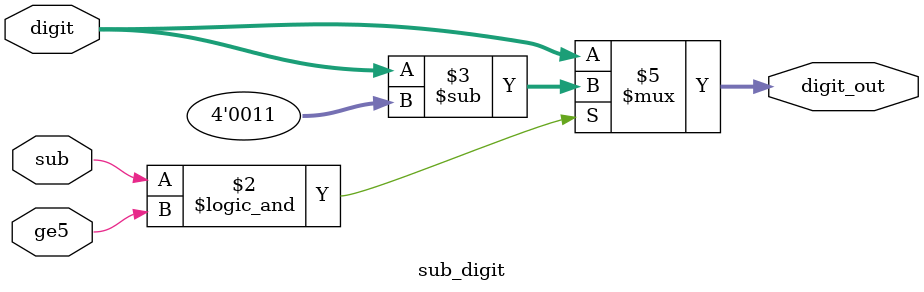
<source format=v>
module sub_digit(digit, ge5, sub, digit_out);
    input [3:0] digit;
    input ge5; 
    input sub;
    output reg [3:0] digit_out;

    always @(*) begin
        if (sub && ge5)
            digit_out = digit - 4'd3;
        else
            digit_out = digit;
    end
endmodule
</source>
